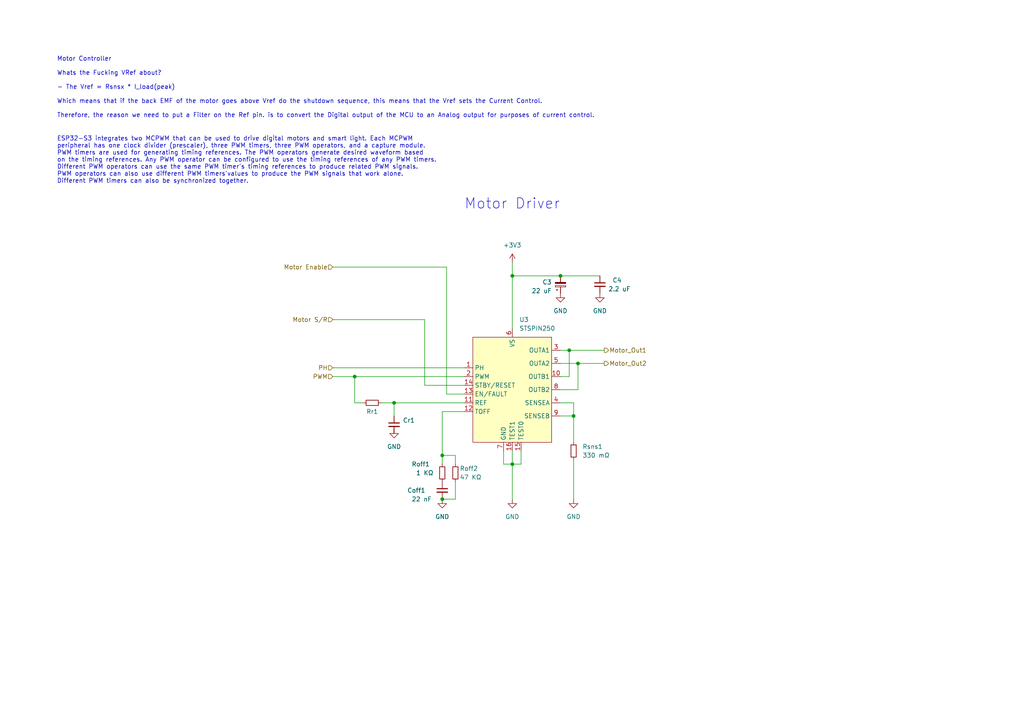
<source format=kicad_sch>
(kicad_sch (version 20211123) (generator eeschema)
  (paper "A4")
  (title_block (title "STSPIN250 Module") (date "2022-11-26") (rev "0.1") (company "Amoskeag Technologies"))
  (lib_symbols
    (symbol "Amoskeag-KiCAD-Lib:STSPIN250"
      (property "Reference" "U" (at -1.27 2.54 0))
      (property "Value" "STSPIN250" (at -1.27 0 0))
      (symbol "STSPIN250_0_1"
        (rectangle (start -11.43 -2.54) (end 11.43 -33.02) (fill (type background)))
      )
      (symbol "STSPIN250_1_1"
        (pin input line (at -13.97 -11.43 0) (length 2.54) (name "PH") (number "1"))
        (pin output line (at 13.97 -13.97 180) (length 2.54) (name "OUTB1") (number "10"))
        (pin input line (at -13.97 -21.59 0) (length 2.54) (name "REF") (number "11"))
        (pin input line (at -13.97 -24.13 0) (length 2.54) (name "TOFF") (number "12"))
        (pin input line (at -13.97 -19.05 0) (length 2.54) (name "EN/FAULT") (number "13"))
        (pin input line (at -13.97 -16.51 0) (length 2.54) (name "STBY/RESET") (number "14"))
        (pin unspecified line (at 2.54 -35.56 90) (length 2.54) (name "TEST0") (number "15"))
        (pin unspecified line (at 0 -35.56 90) (length 2.54) (name "TEST1") (number "16"))
        (pin input line (at -13.97 -13.97 0) (length 2.54) (name "PWM") (number "2"))
        (pin output line (at 13.97 -6.35 180) (length 2.54) (name "OUTA1") (number "3"))
        (pin output line (at 13.97 -21.59 180) (length 2.54) (name "SENSEA") (number "4"))
        (pin output line (at 13.97 -10.16 180) (length 2.54) (name "OUTA2") (number "5"))
        (pin power_in line (at 0 0 270) (length 2.54) (name "VS") (number "6"))
        (pin power_in line (at -2.54 -35.56 90) (length 2.54) (name "GND") (number "7"))
        (pin output line (at 13.97 -17.78 180) (length 2.54) (name "OUTB2") (number "8"))
        (pin output line (at 13.97 -25.4 180) (length 2.54) (name "SENSEB") (number "9"))
      )
    )
    (symbol "Device:C_Polarized_Small" (pin_numbers hide) (pin_names (offset 0.254) hide)
      (property "Reference" "C" (at 0.254 1.778 0))
      (property "Value" "C_Polarized_Small" (at 0.254 -2.032 0))
      (symbol "C_Polarized_Small_0_1"
        (rectangle (start -1.524 -0.3048) (end 1.524 -0.6858) (fill (type outline)))
        (rectangle (start -1.524 0.6858) (end 1.524 0.3048))
        (polyline (pts (xy -1.27 1.524) (xy -0.762 1.524)))
        (polyline (pts (xy -1.016 1.27) (xy -1.016 1.778)))
      )
      (symbol "C_Polarized_Small_1_1"
        (pin passive line (at 0 2.54 270) (length 1.8542) (name "~") (number "1"))
        (pin passive line (at 0 -2.54 90) (length 1.8542) (name "~") (number "2"))
      )
    )
    (symbol "Device:C_Small" (pin_numbers hide) (pin_names (offset 0.254) hide)
      (property "Reference" "C" (at 0.254 1.778 0))
      (property "Value" "C_Small" (at 0.254 -2.032 0))
      (symbol "C_Small_0_1"
        (polyline (pts (xy -1.524 -0.508) (xy 1.524 -0.508)) (stroke (width 0.3302)))
        (polyline (pts (xy -1.524 0.508) (xy 1.524 0.508)) (stroke (width 0.3048)))
      )
      (symbol "C_Small_1_1"
        (pin passive line (at 0 2.54 270) (length 2.032) (name "~") (number "1"))
        (pin passive line (at 0 -2.54 90) (length 2.032) (name "~") (number "2"))
      )
    )
    (symbol "Device:R_Small" (pin_numbers hide) (pin_names (offset 0.254) hide)
      (property "Reference" "R" (at 0.762 0.508 0))
      (property "Value" "R_Small" (at 0.762 -1.016 0))
      (symbol "R_Small_0_1"
        (rectangle (start -0.762 1.778) (end 0.762 -1.778) (stroke (width 0.2032)))
      )
      (symbol "R_Small_1_1"
        (pin passive line (at 0 2.54 270) (length 0.762) (name "~") (number "1"))
        (pin passive line (at 0 -2.54 90) (length 0.762) (name "~") (number "2"))
      )
    )
    (symbol "power:+3.3V" (power) (pin_names (offset 0))
      (property "Value" "+3.3V" (at 0 3.556 0))
      (symbol "+3.3V_0_1"
        (polyline (pts (xy -0.762 1.27) (xy 0 2.54)))
        (polyline (pts (xy 0 0) (xy 0 2.54)))
        (polyline (pts (xy 0 2.54) (xy 0.762 1.27)))
      )
      (symbol "+3.3V_1_1"
        (pin power_in line (at 0 0 90) (length 0) hide (name "+3V3") (number "1"))
      )
    )
    (symbol "power:GND" (power) (pin_names (offset 0))
      (property "Value" "GND" (at 0 -3.81 0))
      (symbol "GND_0_1"
        (polyline (pts (xy 0 0) (xy 0 -1.27) (xy 1.27 -1.27) (xy 0 -2.54) (xy -1.27 -1.27) (xy 0 -1.27)))
      )
      (symbol "GND_1_1"
        (pin power_in line (at 0 0 270) (length 0) hide (name "GND") (number "1"))
      )
    )
  )
  (junction (at 165.1 101.6))
  (junction (at 148.59 80.01))
  (junction (at 148.59 134.62))
  (junction (at 102.87 109.22))
  (junction (at 114.3 116.84))
  (junction (at 128.27 144.78))
  (junction (at 167.64 105.41))
  (junction (at 166.37 120.65))
  (junction (at 162.56 80.01))
  (junction (at 128.27 132.08))
  (wire (pts (xy 146.05 134.62) (xy 148.59 134.62)))
  (wire (pts (xy 165.1 101.6) (xy 175.26 101.6)))
  (wire (pts (xy 148.59 134.62) (xy 148.59 144.78)))
  (wire (pts (xy 166.37 116.84) (xy 166.37 120.65)))
  (wire (pts (xy 148.59 130.81) (xy 148.59 134.62)))
  (wire (pts (xy 96.52 106.68) (xy 134.62 106.68)))
  (wire (pts (xy 166.37 133.35) (xy 166.37 144.78)))
  (wire (pts (xy 162.56 109.22) (xy 165.1 109.22)))
  (wire (pts (xy 166.37 120.65) (xy 166.37 128.27)))
  (wire (pts (xy 167.64 105.41) (xy 167.64 113.03)))
  (wire (pts (xy 162.56 116.84) (xy 166.37 116.84)))
  (wire (pts (xy 129.54 114.3) (xy 129.54 77.47)))
  (wire (pts (xy 162.56 105.41) (xy 167.64 105.41)))
  (wire (pts (xy 148.59 95.25) (xy 148.59 80.01)))
  (wire (pts (xy 134.62 114.3) (xy 129.54 114.3)))
  (wire (pts (xy 134.62 119.38) (xy 128.27 119.38)))
  (wire (pts (xy 114.3 116.84) (xy 110.49 116.84)))
  (wire (pts (xy 114.3 120.65) (xy 114.3 116.84)))
  (wire (pts (xy 132.08 144.78) (xy 128.27 144.78)))
  (wire (pts (xy 105.41 116.84) (xy 102.87 116.84)))
  (wire (pts (xy 148.59 76.2) (xy 148.59 80.01)))
  (wire (pts (xy 96.52 109.22) (xy 102.87 109.22)))
  (wire (pts (xy 96.52 92.71) (xy 123.19 92.71)))
  (wire (pts (xy 132.08 134.62) (xy 132.08 132.08)))
  (wire (pts (xy 162.56 113.03) (xy 167.64 113.03)))
  (wire (pts (xy 167.64 105.41) (xy 175.26 105.41)))
  (wire (pts (xy 151.13 134.62) (xy 148.59 134.62)))
  (wire (pts (xy 128.27 132.08) (xy 128.27 134.62)))
  (wire (pts (xy 102.87 109.22) (xy 102.87 116.84)))
  (wire (pts (xy 114.3 124.46) (xy 114.3 125.73)))
  (wire (pts (xy 165.1 109.22) (xy 165.1 101.6)))
  (wire (pts (xy 162.56 101.6) (xy 165.1 101.6)))
  (wire (pts (xy 173.99 80.01) (xy 162.56 80.01)))
  (wire (pts (xy 128.27 119.38) (xy 128.27 132.08)))
  (wire (pts (xy 128.27 132.08) (xy 132.08 132.08)))
  (wire (pts (xy 96.52 77.47) (xy 129.54 77.47)))
  (wire (pts (xy 146.05 130.81) (xy 146.05 134.62)))
  (wire (pts (xy 148.59 80.01) (xy 162.56 80.01)))
  (wire (pts (xy 151.13 130.81) (xy 151.13 134.62)))
  (wire (pts (xy 132.08 139.7) (xy 132.08 144.78)))
  (wire (pts (xy 162.56 120.65) (xy 166.37 120.65)))
  (wire (pts (xy 114.3 116.84) (xy 134.62 116.84)))
  (wire (pts (xy 102.87 109.22) (xy 134.62 109.22)))
  (wire (pts (xy 123.19 111.76) (xy 123.19 92.71)))
  (wire (pts (xy 134.62 111.76) (xy 123.19 111.76)))
  (text "Motor Driver" (at 134.62 60.96 0) (effects (font (size 3 3)) (justify left bottom)))
  (text "Motor Controller\n\nWhats the Fucking VRef about?\n\n- The Vref = Rsnsx * I_load(peak)\n\nWhich means that if the back EMF of the motor goes above Vref do the shutdown sequence, this means that the Vref sets the Current Control. \n\nTherefore, the reason we need to put a Filter on the Ref pin. is to convert the Digital output of the MCU to an Analog output for purposes of current control." (at 16.51 34.29 0) (effects (font (size 1.27 1.27)) (justify left bottom)))
  (text "ESP32-S3 integrates two MCPWM that can be used to drive digital motors and smart light. Each MCPWM\nperipheral has one clock divider (prescaler), three PWM timers, three PWM operators, and a capture module.\nPWM timers are used for generating timing references. The PWM operators generate desired waveform based\non the timing references. Any PWM operator can be configured to use the timing references of any PWM timers.\nDifferent PWM operators can use the same PWM timer's timing references to produce related PWM signals.\nPWM operators can also use different PWM timers'values to produce the PWM signals that work alone.\nDifferent PWM timers can also be synchronized together.\n" (at 16.51 53.34 0) (effects (font (size 1.27 1.27)) (justify left bottom)))
  (hierarchical_label "Motor S{slash}R" (shape input) (at 96.52 92.71 180))
  (hierarchical_label "PH" (shape input) (at 96.52 106.68 180))
  (hierarchical_label "Motor_Out1" (shape output) (at 175.26 101.6 0))
  (hierarchical_label "Motor_Out2" (shape output) (at 175.26 105.41 0))
  (hierarchical_label "Motor Enable" (shape input) (at 96.52 77.47 180))
  (hierarchical_label "PWM" (shape input) (at 96.52 109.22 180))
  (symbol (lib_id "Device:R_Small") (at 166.37 130.81 0) (unit 1)
    (property "Reference" "Rsns1" (at 168.91 129.5399 0) (effects (justify left)))
    (property "Value" "330 mΩ" (at 168.91 132.0799 0) (effects (justify left)))
    (property "Footprint" "Resistor_SMD:R_0805_2012Metric" (effects hide))
  )
  (symbol (lib_id "Device:C_Small") (at 173.99 82.55 0) (mirror y) (unit 1)
    (property "Reference" "C4" (at 180.34 81.28 0) (effects (justify left)))
    (property "Value" "2.2 uF" (at 182.88 83.82 0) (effects (justify left)))
    (property "Footprint" "Capacitor_SMD:C_0805_2012Metric" (effects hide))
  )
  (symbol (lib_id "power:+3.3V") (at 148.59 76.2 0) (mirror y) (unit 1)
    (property "Reference" "#PWR017" (effects hide))
    (property "Value" "+3.3V" (at 148.59 71.12 0))
  )
  (symbol (lib_id "power:GND") (at 162.56 85.09 0) (mirror y) (unit 1)
    (property "Reference" "#PWR019" (effects hide))
    (property "Value" "GND" (at 162.56 90.17 0))
  )
  (symbol (lib_id "power:GND") (at 128.27 144.78 0) (unit 1)
    (property "Reference" "#PWR016" (effects hide))
    (property "Value" "GND" (at 128.27 149.86 0))
  )
  (symbol (lib_id "Device:R_Small") (at 132.08 137.16 0) (unit 1)
    (property "Reference" "Roff2" (at 133.35 135.89 0) (effects (justify left)))
    (property "Value" "47 KΩ" (at 133.35 138.43 0) (effects (justify left)))
    (property "Footprint" "Resistor_SMD:R_0805_2012Metric" (effects hide))
  )
  (symbol (lib_id "Amoskeag-KiCAD-Lib:STSPIN250") (at 148.59 95.25 0) (unit 1)
    (property "Reference" "U3" (at 150.6094 92.71 0) (effects (justify left)))
    (property "Value" "STSPIN250" (at 150.6094 95.25 0) (effects (justify left)))
    (property "Footprint" "Amoskeag_KiCAD_Lib:ST_Microelectronics-STSPIN250-0" (effects hide))
    (property "Datasheet" "https://www.st.com/resource/en/datasheet/stspin250.pdf" (effects hide))
  )
  (symbol (lib_id "power:GND") (at 114.3 124.46 0) (unit 1)
    (property "Reference" "#PWR015" (effects hide))
    (property "Value" "GND" (at 114.3 129.54 0))
  )
  (symbol (lib_id "Device:R_Small") (at 128.27 137.16 0) (unit 1)
    (property "Reference" "Roff1" (at 119.38 134.62 0) (effects (justify left)))
    (property "Value" "1 KΩ" (at 120.65 137.16 0) (effects (justify left)))
    (property "Footprint" "Resistor_SMD:R_0805_2012Metric" (effects hide))
  )
  (symbol (lib_id "Device:C_Polarized_Small") (at 162.56 82.55 0) (mirror x) (unit 1)
    (property "Reference" "C3" (at 160.02 81.826 0) (effects (justify right)))
    (property "Value" "22 uF" (at 160.02 84.366 0) (effects (justify right)))
    (property "Footprint" "Capacitor_SMD:C_0805_2012Metric" (effects hide))
  )
  (symbol (lib_id "Device:R_Small") (at 107.95 116.84 90) (unit 1)
    (property "Reference" "Rr1" (at 107.95 119.38 90))
  )
  (symbol (lib_id "power:GND") (at 148.59 144.78 0) (unit 1)
    (property "Reference" "#PWR018" (effects hide))
    (property "Value" "GND" (at 148.59 149.86 0))
  )
  (symbol (lib_id "Device:C_Small") (at 128.27 142.24 0) (unit 1)
    (property "Reference" "Coff1" (at 118.11 142.24 0) (effects (justify left)))
    (property "Value" "22 nF" (at 119.38 144.78 0) (effects (justify left)))
    (property "Footprint" "Capacitor_SMD:C_0805_2012Metric" (effects hide))
  )
  (symbol (lib_id "power:GND") (at 166.37 144.78 0) (unit 1)
    (property "Reference" "#PWR020" (effects hide))
    (property "Value" "GND" (at 166.37 149.86 0))
  )
  (symbol (lib_id "power:GND") (at 173.99 85.09 0) (mirror y) (unit 1)
    (property "Reference" "#PWR021" (effects hide))
    (property "Value" "GND" (at 173.99 90.17 0))
  )
  (symbol (lib_id "Device:C_Small") (at 114.3 123.19 0) (unit 1)
    (property "Reference" "Cr1" (at 116.84 121.92 0) (effects (justify left)))
  )
)
</source>
